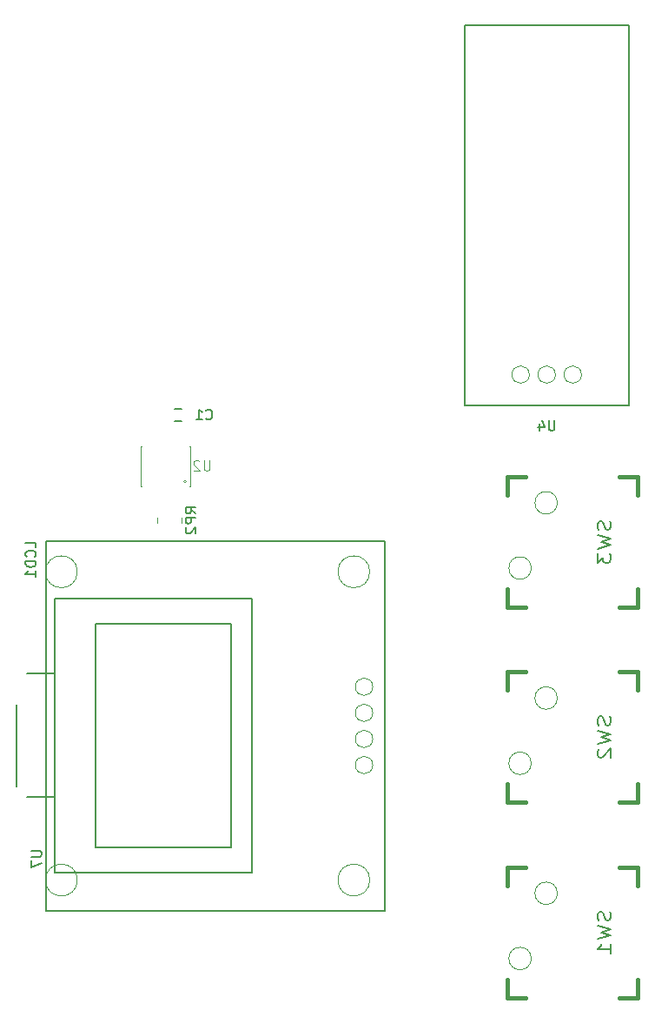
<source format=gbo>
G04 #@! TF.GenerationSoftware,KiCad,Pcbnew,5.0.0*
G04 #@! TF.CreationDate,2018-07-28T18:19:29+02:00*
G04 #@! TF.ProjectId,nixie_control_board,6E697869655F636F6E74726F6C5F626F,rev?*
G04 #@! TF.SameCoordinates,Original*
G04 #@! TF.FileFunction,Legend,Bot*
G04 #@! TF.FilePolarity,Positive*
%FSLAX46Y46*%
G04 Gerber Fmt 4.6, Leading zero omitted, Abs format (unit mm)*
G04 Created by KiCad (PCBNEW 5.0.0) date Sat Jul 28 18:19:29 2018*
%MOMM*%
%LPD*%
G01*
G04 APERTURE LIST*
%ADD10C,0.150000*%
%ADD11C,0.120000*%
%ADD12C,0.381000*%
%ADD13C,0.010000*%
%ADD14C,0.100000*%
%ADD15C,0.203200*%
%ADD16C,0.074930*%
G04 APERTURE END LIST*
D10*
G04 #@! TO.C,U7*
X123320000Y-97070000D02*
X120580000Y-97070000D01*
X127278000Y-80198000D02*
X127278000Y-101942000D01*
X140482000Y-101942000D02*
X127278000Y-101942000D01*
X142580000Y-104420000D02*
X123320000Y-104420000D01*
X123320000Y-104420000D02*
X123320000Y-77720000D01*
X142580000Y-104420000D02*
X142580000Y-77720000D01*
X142580000Y-77720000D02*
X123320000Y-77720000D01*
X140482000Y-80198000D02*
X127278000Y-80198000D01*
X140482000Y-80198000D02*
X140482000Y-101942000D01*
X119580000Y-96070000D02*
X119580000Y-88070000D01*
X123320000Y-85070000D02*
X120580000Y-85070000D01*
D11*
G04 #@! TO.C,RP2*
X135690000Y-69890000D02*
X135690000Y-70390000D01*
X133330000Y-69890000D02*
X133330000Y-70390000D01*
D10*
G04 #@! TO.C,C1*
X135700000Y-59300000D02*
X135000000Y-59300000D01*
X135000000Y-60500000D02*
X135700000Y-60500000D01*
D12*
G04 #@! TO.C,SW1*
X167400000Y-103895000D02*
X167400000Y-105673000D01*
X167400000Y-114817000D02*
X167400000Y-116595000D01*
X167400000Y-116595000D02*
X169178000Y-116595000D01*
X178322000Y-116595000D02*
X180100000Y-116595000D01*
X180100000Y-116595000D02*
X180100000Y-114817000D01*
X180100000Y-105673000D02*
X180100000Y-103895000D01*
X180100000Y-103895000D02*
X178322000Y-103895000D01*
X169178000Y-103895000D02*
X167400000Y-103895000D01*
G04 #@! TO.C,SW2*
X167400000Y-84895000D02*
X167400000Y-86673000D01*
X167400000Y-95817000D02*
X167400000Y-97595000D01*
X167400000Y-97595000D02*
X169178000Y-97595000D01*
X178322000Y-97595000D02*
X180100000Y-97595000D01*
X180100000Y-97595000D02*
X180100000Y-95817000D01*
X180100000Y-86673000D02*
X180100000Y-84895000D01*
X180100000Y-84895000D02*
X178322000Y-84895000D01*
X169178000Y-84895000D02*
X167400000Y-84895000D01*
G04 #@! TO.C,SW3*
X167400000Y-65895000D02*
X167400000Y-67673000D01*
X167400000Y-76817000D02*
X167400000Y-78595000D01*
X167400000Y-78595000D02*
X169178000Y-78595000D01*
X178322000Y-78595000D02*
X180100000Y-78595000D01*
X180100000Y-78595000D02*
X180100000Y-76817000D01*
X180100000Y-67673000D02*
X180100000Y-65895000D01*
X180100000Y-65895000D02*
X178322000Y-65895000D01*
X169178000Y-65895000D02*
X167400000Y-65895000D01*
D13*
G04 #@! TO.C,U2*
X136164544Y-66351140D02*
G75*
G03X136164544Y-66351140I-144624J0D01*
G01*
X136568560Y-62901820D02*
X136449180Y-62901820D01*
X131790820Y-62901820D02*
X131671440Y-62901820D01*
X131671440Y-62901820D02*
X131671440Y-66798180D01*
X136568560Y-66798180D02*
X136449180Y-66798180D01*
X131790820Y-66798180D02*
X131671440Y-66798180D01*
X136568560Y-62901820D02*
X136568560Y-66798180D01*
D10*
G04 #@! TO.C,U4*
X179270000Y-21960000D02*
X179270000Y-58960000D01*
X163270000Y-21960000D02*
X179270000Y-21960000D01*
X163270000Y-58960000D02*
X163270000Y-21960000D01*
X179270000Y-58960000D02*
X163270000Y-58960000D01*
G04 #@! TO.C,LCD1*
X122470000Y-108150000D02*
X155470000Y-108150000D01*
X122470000Y-72150000D02*
X122470000Y-108150000D01*
X155470000Y-72150000D02*
X122470000Y-72150000D01*
X155470000Y-108150000D02*
X155470000Y-72150000D01*
G04 #@! TD*
D14*
G04 #@! TO.C,SW1*
X169763000Y-112785000D02*
G75*
G03X169763000Y-112785000I-1093000J0D01*
G01*
X172303000Y-106435000D02*
G75*
G03X172303000Y-106435000I-1093000J0D01*
G01*
G04 #@! TD*
G04 #@! TO.C,SW2*
X169763000Y-93785000D02*
G75*
G03X169763000Y-93785000I-1093000J0D01*
G01*
X172303000Y-87435000D02*
G75*
G03X172303000Y-87435000I-1093000J0D01*
G01*
G04 #@! TD*
G04 #@! TO.C,SW3*
X169763000Y-74785000D02*
G75*
G03X169763000Y-74785000I-1093000J0D01*
G01*
X172303000Y-68435000D02*
G75*
G03X172303000Y-68435000I-1093000J0D01*
G01*
G04 #@! TD*
G04 #@! TO.C,U4*
X174660000Y-55960000D02*
G75*
G03X174660000Y-55960000I-850000J0D01*
G01*
X172120000Y-55960000D02*
G75*
G03X172120000Y-55960000I-850000J0D01*
G01*
X169580000Y-55960000D02*
G75*
G03X169580000Y-55960000I-850000J0D01*
G01*
G04 #@! TD*
G04 #@! TO.C,LCD1*
X154320000Y-93960000D02*
G75*
G03X154320000Y-93960000I-850000J0D01*
G01*
X154320000Y-91420000D02*
G75*
G03X154320000Y-91420000I-850000J0D01*
G01*
X154320000Y-88880000D02*
G75*
G03X154320000Y-88880000I-850000J0D01*
G01*
X154320000Y-86340000D02*
G75*
G03X154320000Y-86340000I-850000J0D01*
G01*
X154020000Y-75150000D02*
G75*
G03X154020000Y-75150000I-1550000J0D01*
G01*
X154020000Y-105150000D02*
G75*
G03X154020000Y-105150000I-1550000J0D01*
G01*
X125520000Y-75150000D02*
G75*
G03X125520000Y-75150000I-1550000J0D01*
G01*
X125520000Y-105150000D02*
G75*
G03X125520000Y-105150000I-1550000J0D01*
G01*
G04 #@! TD*
G04 #@! TO.C,U7*
D10*
X121032380Y-102308095D02*
X121841904Y-102308095D01*
X121937142Y-102355714D01*
X121984761Y-102403333D01*
X122032380Y-102498571D01*
X122032380Y-102689047D01*
X121984761Y-102784285D01*
X121937142Y-102831904D01*
X121841904Y-102879523D01*
X121032380Y-102879523D01*
X121032380Y-103260476D02*
X121032380Y-103927142D01*
X122032380Y-103498571D01*
G04 #@! TO.C,RP2*
X137062380Y-69473333D02*
X136586190Y-69140000D01*
X137062380Y-68901904D02*
X136062380Y-68901904D01*
X136062380Y-69282857D01*
X136110000Y-69378095D01*
X136157619Y-69425714D01*
X136252857Y-69473333D01*
X136395714Y-69473333D01*
X136490952Y-69425714D01*
X136538571Y-69378095D01*
X136586190Y-69282857D01*
X136586190Y-68901904D01*
X137062380Y-69901904D02*
X136062380Y-69901904D01*
X136062380Y-70282857D01*
X136110000Y-70378095D01*
X136157619Y-70425714D01*
X136252857Y-70473333D01*
X136395714Y-70473333D01*
X136490952Y-70425714D01*
X136538571Y-70378095D01*
X136586190Y-70282857D01*
X136586190Y-69901904D01*
X136157619Y-70854285D02*
X136110000Y-70901904D01*
X136062380Y-70997142D01*
X136062380Y-71235238D01*
X136110000Y-71330476D01*
X136157619Y-71378095D01*
X136252857Y-71425714D01*
X136348095Y-71425714D01*
X136490952Y-71378095D01*
X137062380Y-70806666D01*
X137062380Y-71425714D01*
G04 #@! TO.C,C1*
X138066666Y-60247142D02*
X138114285Y-60294761D01*
X138257142Y-60342380D01*
X138352380Y-60342380D01*
X138495238Y-60294761D01*
X138590476Y-60199523D01*
X138638095Y-60104285D01*
X138685714Y-59913809D01*
X138685714Y-59770952D01*
X138638095Y-59580476D01*
X138590476Y-59485238D01*
X138495238Y-59390000D01*
X138352380Y-59342380D01*
X138257142Y-59342380D01*
X138114285Y-59390000D01*
X138066666Y-59437619D01*
X137114285Y-60342380D02*
X137685714Y-60342380D01*
X137400000Y-60342380D02*
X137400000Y-59342380D01*
X137495238Y-59485238D01*
X137590476Y-59580476D01*
X137685714Y-59628095D01*
G04 #@! TO.C,SW1*
D15*
X177439047Y-108213000D02*
X177499523Y-108430714D01*
X177499523Y-108793571D01*
X177439047Y-108938714D01*
X177378571Y-109011285D01*
X177257619Y-109083857D01*
X177136666Y-109083857D01*
X177015714Y-109011285D01*
X176955238Y-108938714D01*
X176894761Y-108793571D01*
X176834285Y-108503285D01*
X176773809Y-108358142D01*
X176713333Y-108285571D01*
X176592380Y-108213000D01*
X176471428Y-108213000D01*
X176350476Y-108285571D01*
X176290000Y-108358142D01*
X176229523Y-108503285D01*
X176229523Y-108866142D01*
X176290000Y-109083857D01*
X176229523Y-109591857D02*
X177499523Y-109954714D01*
X176592380Y-110245000D01*
X177499523Y-110535285D01*
X176229523Y-110898142D01*
X177499523Y-112277000D02*
X177499523Y-111406142D01*
X177499523Y-111841571D02*
X176229523Y-111841571D01*
X176410952Y-111696428D01*
X176531904Y-111551285D01*
X176592380Y-111406142D01*
G04 #@! TO.C,SW2*
X177439047Y-89213000D02*
X177499523Y-89430714D01*
X177499523Y-89793571D01*
X177439047Y-89938714D01*
X177378571Y-90011285D01*
X177257619Y-90083857D01*
X177136666Y-90083857D01*
X177015714Y-90011285D01*
X176955238Y-89938714D01*
X176894761Y-89793571D01*
X176834285Y-89503285D01*
X176773809Y-89358142D01*
X176713333Y-89285571D01*
X176592380Y-89213000D01*
X176471428Y-89213000D01*
X176350476Y-89285571D01*
X176290000Y-89358142D01*
X176229523Y-89503285D01*
X176229523Y-89866142D01*
X176290000Y-90083857D01*
X176229523Y-90591857D02*
X177499523Y-90954714D01*
X176592380Y-91245000D01*
X177499523Y-91535285D01*
X176229523Y-91898142D01*
X176350476Y-92406142D02*
X176290000Y-92478714D01*
X176229523Y-92623857D01*
X176229523Y-92986714D01*
X176290000Y-93131857D01*
X176350476Y-93204428D01*
X176471428Y-93277000D01*
X176592380Y-93277000D01*
X176773809Y-93204428D01*
X177499523Y-92333571D01*
X177499523Y-93277000D01*
G04 #@! TO.C,SW3*
X177439047Y-70213000D02*
X177499523Y-70430714D01*
X177499523Y-70793571D01*
X177439047Y-70938714D01*
X177378571Y-71011285D01*
X177257619Y-71083857D01*
X177136666Y-71083857D01*
X177015714Y-71011285D01*
X176955238Y-70938714D01*
X176894761Y-70793571D01*
X176834285Y-70503285D01*
X176773809Y-70358142D01*
X176713333Y-70285571D01*
X176592380Y-70213000D01*
X176471428Y-70213000D01*
X176350476Y-70285571D01*
X176290000Y-70358142D01*
X176229523Y-70503285D01*
X176229523Y-70866142D01*
X176290000Y-71083857D01*
X176229523Y-71591857D02*
X177499523Y-71954714D01*
X176592380Y-72245000D01*
X177499523Y-72535285D01*
X176229523Y-72898142D01*
X176229523Y-73333571D02*
X176229523Y-74277000D01*
X176713333Y-73769000D01*
X176713333Y-73986714D01*
X176773809Y-74131857D01*
X176834285Y-74204428D01*
X176955238Y-74277000D01*
X177257619Y-74277000D01*
X177378571Y-74204428D01*
X177439047Y-74131857D01*
X177499523Y-73986714D01*
X177499523Y-73551285D01*
X177439047Y-73406142D01*
X177378571Y-73333571D01*
G04 #@! TO.C,U2*
D16*
X138411904Y-64292380D02*
X138411904Y-65101904D01*
X138364285Y-65197142D01*
X138316666Y-65244761D01*
X138221428Y-65292380D01*
X138030952Y-65292380D01*
X137935714Y-65244761D01*
X137888095Y-65197142D01*
X137840476Y-65101904D01*
X137840476Y-64292380D01*
X137411904Y-64387619D02*
X137364285Y-64340000D01*
X137269047Y-64292380D01*
X137030952Y-64292380D01*
X136935714Y-64340000D01*
X136888095Y-64387619D01*
X136840476Y-64482857D01*
X136840476Y-64578095D01*
X136888095Y-64720952D01*
X137459523Y-65292380D01*
X136840476Y-65292380D01*
G04 #@! TO.C,U4*
D10*
X172031904Y-60412380D02*
X172031904Y-61221904D01*
X171984285Y-61317142D01*
X171936666Y-61364761D01*
X171841428Y-61412380D01*
X171650952Y-61412380D01*
X171555714Y-61364761D01*
X171508095Y-61317142D01*
X171460476Y-61221904D01*
X171460476Y-60412380D01*
X170555714Y-60745714D02*
X170555714Y-61412380D01*
X170793809Y-60364761D02*
X171031904Y-61079047D01*
X170412857Y-61079047D01*
G04 #@! TO.C,LCD1*
X121482380Y-72773333D02*
X121482380Y-72297142D01*
X120482380Y-72297142D01*
X121387142Y-73678095D02*
X121434761Y-73630476D01*
X121482380Y-73487619D01*
X121482380Y-73392380D01*
X121434761Y-73249523D01*
X121339523Y-73154285D01*
X121244285Y-73106666D01*
X121053809Y-73059047D01*
X120910952Y-73059047D01*
X120720476Y-73106666D01*
X120625238Y-73154285D01*
X120530000Y-73249523D01*
X120482380Y-73392380D01*
X120482380Y-73487619D01*
X120530000Y-73630476D01*
X120577619Y-73678095D01*
X121482380Y-74106666D02*
X120482380Y-74106666D01*
X120482380Y-74344761D01*
X120530000Y-74487619D01*
X120625238Y-74582857D01*
X120720476Y-74630476D01*
X120910952Y-74678095D01*
X121053809Y-74678095D01*
X121244285Y-74630476D01*
X121339523Y-74582857D01*
X121434761Y-74487619D01*
X121482380Y-74344761D01*
X121482380Y-74106666D01*
X121482380Y-75630476D02*
X121482380Y-75059047D01*
X121482380Y-75344761D02*
X120482380Y-75344761D01*
X120625238Y-75249523D01*
X120720476Y-75154285D01*
X120768095Y-75059047D01*
G04 #@! TD*
M02*

</source>
